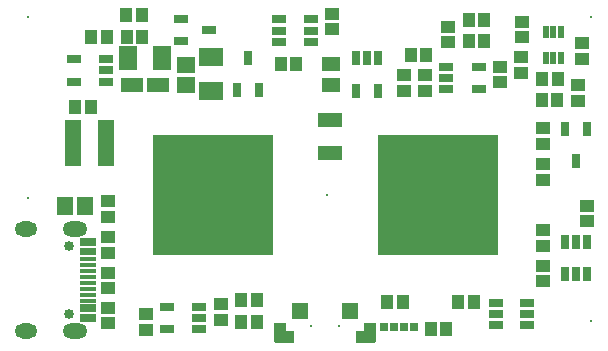
<source format=gbr>
G04*
G04 #@! TF.GenerationSoftware,Altium Limited,Altium Designer,25.2.1 (25)*
G04*
G04 Layer_Color=8388736*
%FSLAX25Y25*%
%MOIN*%
G70*
G04*
G04 #@! TF.SameCoordinates,44C634AB-46FA-46F5-9040-7CAB15AB579A*
G04*
G04*
G04 #@! TF.FilePolarity,Negative*
G04*
G01*
G75*
%ADD37R,0.07887X0.04737*%
%ADD38R,0.05524X0.15367*%
%ADD39R,0.04737X0.04343*%
%ADD40R,0.07887X0.05918*%
%ADD41R,0.05918X0.07887*%
%ADD42R,0.04147X0.04540*%
%ADD43R,0.04737X0.03162*%
%ADD44R,0.03162X0.02769*%
%ADD45R,0.02769X0.02769*%
%ADD46R,0.05524X0.05524*%
%ADD47R,0.05512X0.01575*%
%ADD48R,0.04343X0.04737*%
%ADD49R,0.04540X0.04147*%
%ADD50R,0.02375X0.04147*%
%ADD51R,0.06115X0.04934*%
%ADD52R,0.03162X0.04737*%
%ADD53R,0.04540X0.03162*%
%ADD54R,0.03162X0.04934*%
%ADD55R,0.06469X0.05564*%
%ADD56R,0.05564X0.06469*%
%ADD57R,0.07493X0.04934*%
%ADD58C,0.01300*%
%ADD59O,0.07480X0.05118*%
%ADD60O,0.08268X0.05118*%
%ADD61C,0.03347*%
%ADD62R,0.40170X0.40170*%
G36*
X70507Y-83914D02*
X70558Y-83924D01*
X70608Y-83941D01*
X70655Y-83964D01*
X70699Y-83994D01*
X70738Y-84028D01*
X70773Y-84068D01*
X70802Y-84111D01*
X70825Y-84158D01*
X70842Y-84208D01*
X70852Y-84259D01*
X70855Y-84312D01*
Y-86667D01*
X73211D01*
X73263Y-86670D01*
X73314Y-86680D01*
X73364Y-86697D01*
X73411Y-86720D01*
X73455Y-86750D01*
X73494Y-86784D01*
X73529Y-86823D01*
X73558Y-86867D01*
X73581Y-86914D01*
X73598Y-86964D01*
X73608Y-87015D01*
X73611Y-87068D01*
Y-90217D01*
X73608Y-90269D01*
X73598Y-90321D01*
X73581Y-90371D01*
X73558Y-90417D01*
X73529Y-90461D01*
X73494Y-90501D01*
X73455Y-90535D01*
X73411Y-90564D01*
X73364Y-90588D01*
X73314Y-90604D01*
X73263Y-90614D01*
X73211Y-90618D01*
X67305D01*
X67253Y-90614D01*
X67201Y-90604D01*
X67152Y-90588D01*
X67105Y-90564D01*
X67061Y-90535D01*
X67022Y-90501D01*
X66987Y-90461D01*
X66958Y-90417D01*
X66935Y-90371D01*
X66918Y-90321D01*
X66908Y-90269D01*
X66904Y-90217D01*
Y-84312D01*
X66908Y-84259D01*
X66918Y-84208D01*
X66935Y-84158D01*
X66958Y-84111D01*
X66987Y-84068D01*
X67022Y-84028D01*
X67061Y-83994D01*
X67105Y-83964D01*
X67152Y-83941D01*
X67201Y-83924D01*
X67253Y-83914D01*
X67305Y-83911D01*
X70455D01*
X70507Y-83914D01*
D02*
G37*
G36*
X100428D02*
X100480Y-83924D01*
X100529Y-83941D01*
X100576Y-83964D01*
X100620Y-83994D01*
X100659Y-84028D01*
X100694Y-84068D01*
X100723Y-84111D01*
X100746Y-84158D01*
X100763Y-84208D01*
X100773Y-84259D01*
X100777Y-84312D01*
Y-90217D01*
X100773Y-90269D01*
X100763Y-90321D01*
X100746Y-90371D01*
X100723Y-90417D01*
X100694Y-90461D01*
X100659Y-90501D01*
X100620Y-90535D01*
X100576Y-90564D01*
X100529Y-90588D01*
X100480Y-90604D01*
X100428Y-90614D01*
X100376Y-90618D01*
X94470D01*
X94418Y-90614D01*
X94367Y-90604D01*
X94317Y-90588D01*
X94270Y-90564D01*
X94226Y-90535D01*
X94187Y-90501D01*
X94152Y-90461D01*
X94123Y-90417D01*
X94100Y-90371D01*
X94083Y-90321D01*
X94073Y-90269D01*
X94069Y-90217D01*
Y-87068D01*
X94073Y-87015D01*
X94083Y-86964D01*
X94100Y-86914D01*
X94123Y-86867D01*
X94152Y-86823D01*
X94187Y-86784D01*
X94226Y-86750D01*
X94270Y-86720D01*
X94317Y-86697D01*
X94367Y-86680D01*
X94418Y-86670D01*
X94470Y-86667D01*
X96825D01*
Y-84312D01*
X96829Y-84259D01*
X96839Y-84208D01*
X96856Y-84158D01*
X96879Y-84111D01*
X96908Y-84068D01*
X96943Y-84028D01*
X96982Y-83994D01*
X97026Y-83964D01*
X97073Y-83941D01*
X97123Y-83924D01*
X97174Y-83914D01*
X97226Y-83911D01*
X100376D01*
X100428Y-83914D01*
D02*
G37*
D37*
X85500Y-27500D02*
D03*
Y-16476D02*
D03*
D38*
X-80Y-24176D02*
D03*
X10944D02*
D03*
D39*
X169438Y9157D02*
D03*
Y3842D02*
D03*
X149297Y-766D02*
D03*
Y4549D02*
D03*
X117288Y-6795D02*
D03*
Y-1480D02*
D03*
X156401Y-19129D02*
D03*
Y-24444D02*
D03*
Y-36271D02*
D03*
Y-30956D02*
D03*
X168229Y-4843D02*
D03*
Y-10158D02*
D03*
X110053Y-1480D02*
D03*
Y-6795D02*
D03*
X11556Y-48830D02*
D03*
Y-43515D02*
D03*
Y-60658D02*
D03*
Y-55343D02*
D03*
X49034Y-83157D02*
D03*
Y-77842D02*
D03*
X24198Y-81187D02*
D03*
Y-86502D02*
D03*
D40*
X45929Y4518D02*
D03*
Y-6899D02*
D03*
D41*
X29514Y4147D02*
D03*
X18096D02*
D03*
D42*
X124149Y-86207D02*
D03*
X133405Y-77072D02*
D03*
X131787Y16940D02*
D03*
X136905D02*
D03*
X112384Y5328D02*
D03*
X117502D02*
D03*
X156204Y-9822D02*
D03*
X161322D02*
D03*
X74325Y2358D02*
D03*
X69207D02*
D03*
X128287Y-77072D02*
D03*
X119031Y-86207D02*
D03*
X104631Y-77072D02*
D03*
X109749D02*
D03*
X55941Y-76500D02*
D03*
X61059D02*
D03*
X55941Y-83603D02*
D03*
X61059D02*
D03*
X22864Y11346D02*
D03*
X17746D02*
D03*
X11036D02*
D03*
X5918D02*
D03*
D43*
X140685Y-84749D02*
D03*
Y-77269D02*
D03*
X68404Y17139D02*
D03*
Y13399D02*
D03*
Y9658D02*
D03*
X79033D02*
D03*
Y13399D02*
D03*
Y17139D02*
D03*
X111Y-3631D02*
D03*
Y3849D02*
D03*
X10938D02*
D03*
Y109D02*
D03*
Y-3631D02*
D03*
X140685Y-81009D02*
D03*
X151315Y-77269D02*
D03*
Y-81009D02*
D03*
Y-84749D02*
D03*
X41931Y-86148D02*
D03*
Y-82408D02*
D03*
Y-78668D02*
D03*
X31301D02*
D03*
Y-86148D02*
D03*
D44*
X103358Y-85257D02*
D03*
X113594D02*
D03*
D45*
X106823D02*
D03*
X110130D02*
D03*
D46*
X92108Y-79981D02*
D03*
X75573D02*
D03*
D47*
X4748Y-82912D02*
D03*
X4748Y-81731D02*
D03*
X4748Y-79763D02*
D03*
X4747Y-78542D02*
D03*
X4748Y-60904D02*
D03*
X4747Y-59644D02*
D03*
X4747Y-57715D02*
D03*
Y-56337D02*
D03*
X4747Y-76613D02*
D03*
Y-74643D02*
D03*
Y-72676D02*
D03*
X4747Y-70707D02*
D03*
X4747Y-68739D02*
D03*
X4747Y-66770D02*
D03*
X4747Y-64802D02*
D03*
Y-62833D02*
D03*
D48*
X131688Y9837D02*
D03*
X137003D02*
D03*
X156105Y-2663D02*
D03*
X161421D02*
D03*
X5822Y-12014D02*
D03*
X508D02*
D03*
X17648Y18484D02*
D03*
X22963D02*
D03*
D49*
X124880Y9560D02*
D03*
Y14678D02*
D03*
X149356Y16278D02*
D03*
Y11160D02*
D03*
X142183Y-3749D02*
D03*
Y1369D02*
D03*
X86137Y13791D02*
D03*
Y18909D02*
D03*
X11556Y-72387D02*
D03*
Y-67269D02*
D03*
Y-84215D02*
D03*
Y-79097D02*
D03*
X171272Y-44966D02*
D03*
Y-50084D02*
D03*
X156401Y-53220D02*
D03*
Y-58338D02*
D03*
X156401Y-65048D02*
D03*
Y-70166D02*
D03*
D50*
X157414Y13003D02*
D03*
X159973D02*
D03*
X162532D02*
D03*
Y4145D02*
D03*
X159973D02*
D03*
X157414D02*
D03*
D51*
X85905Y-4630D02*
D03*
Y2260D02*
D03*
D52*
X101670Y-6598D02*
D03*
X94190D02*
D03*
Y4228D02*
D03*
X97930D02*
D03*
X101670D02*
D03*
X171189Y-67667D02*
D03*
X167449D02*
D03*
X163709D02*
D03*
Y-57037D02*
D03*
X167449D02*
D03*
X171189D02*
D03*
X167441Y-30101D02*
D03*
X163701Y-19471D02*
D03*
X171181D02*
D03*
D53*
X135137Y1374D02*
D03*
Y-6106D02*
D03*
X124310D02*
D03*
Y-2366D02*
D03*
Y1374D02*
D03*
X35874Y17205D02*
D03*
Y10020D02*
D03*
X45126Y13612D02*
D03*
D54*
X58166Y4130D02*
D03*
X61906Y-6500D02*
D03*
X54426D02*
D03*
D55*
X37645Y-4810D02*
D03*
Y2080D02*
D03*
D56*
X-2929Y-45120D02*
D03*
X3960D02*
D03*
D57*
X28081Y-4728D02*
D03*
X19419D02*
D03*
D58*
X88368Y-85099D02*
D03*
X79313D02*
D03*
X172500Y-83500D02*
D03*
Y18000D02*
D03*
X-15000Y-42500D02*
D03*
X84500Y-41500D02*
D03*
X-15000Y18000D02*
D03*
D59*
X-15916Y-52715D02*
D03*
Y-86731D02*
D03*
D60*
X541Y-52715D02*
D03*
Y-86731D02*
D03*
D61*
X-1546Y-81101D02*
D03*
Y-58345D02*
D03*
D62*
X121402Y-41500D02*
D03*
X46598D02*
D03*
M02*

</source>
